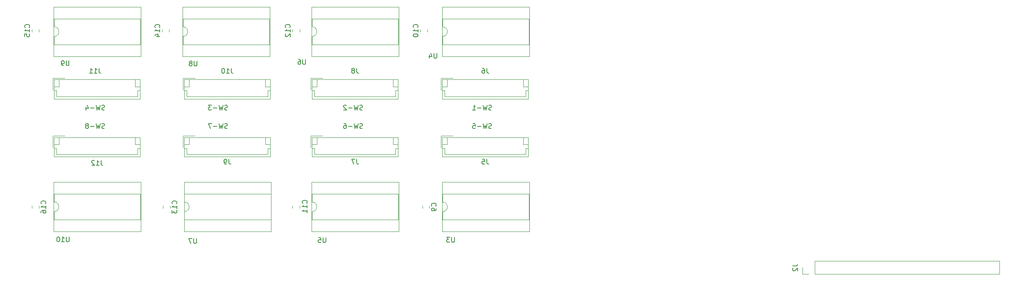
<source format=gbr>
%TF.GenerationSoftware,KiCad,Pcbnew,(5.1.8)-1*%
%TF.CreationDate,2021-07-13T09:26:45+05:30*%
%TF.ProjectId,rfsm,7266736d-2e6b-4696-9361-645f70636258,rev?*%
%TF.SameCoordinates,Original*%
%TF.FileFunction,Legend,Bot*%
%TF.FilePolarity,Positive*%
%FSLAX46Y46*%
G04 Gerber Fmt 4.6, Leading zero omitted, Abs format (unit mm)*
G04 Created by KiCad (PCBNEW (5.1.8)-1) date 2021-07-13 09:26:45*
%MOMM*%
%LPD*%
G01*
G04 APERTURE LIST*
%ADD10C,0.200000*%
%ADD11C,0.120000*%
%ADD12C,0.150000*%
G04 APERTURE END LIST*
D10*
X134032380Y-99464761D02*
X133889523Y-99512380D01*
X133651428Y-99512380D01*
X133556190Y-99464761D01*
X133508571Y-99417142D01*
X133460952Y-99321904D01*
X133460952Y-99226666D01*
X133508571Y-99131428D01*
X133556190Y-99083809D01*
X133651428Y-99036190D01*
X133841904Y-98988571D01*
X133937142Y-98940952D01*
X133984761Y-98893333D01*
X134032380Y-98798095D01*
X134032380Y-98702857D01*
X133984761Y-98607619D01*
X133937142Y-98560000D01*
X133841904Y-98512380D01*
X133603809Y-98512380D01*
X133460952Y-98560000D01*
X133127619Y-98512380D02*
X132889523Y-99512380D01*
X132699047Y-98798095D01*
X132508571Y-99512380D01*
X132270476Y-98512380D01*
X131889523Y-99131428D02*
X131127619Y-99131428D01*
X130175238Y-98512380D02*
X130651428Y-98512380D01*
X130699047Y-98988571D01*
X130651428Y-98940952D01*
X130556190Y-98893333D01*
X130318095Y-98893333D01*
X130222857Y-98940952D01*
X130175238Y-98988571D01*
X130127619Y-99083809D01*
X130127619Y-99321904D01*
X130175238Y-99417142D01*
X130222857Y-99464761D01*
X130318095Y-99512380D01*
X130556190Y-99512380D01*
X130651428Y-99464761D01*
X130699047Y-99417142D01*
X107362380Y-99464761D02*
X107219523Y-99512380D01*
X106981428Y-99512380D01*
X106886190Y-99464761D01*
X106838571Y-99417142D01*
X106790952Y-99321904D01*
X106790952Y-99226666D01*
X106838571Y-99131428D01*
X106886190Y-99083809D01*
X106981428Y-99036190D01*
X107171904Y-98988571D01*
X107267142Y-98940952D01*
X107314761Y-98893333D01*
X107362380Y-98798095D01*
X107362380Y-98702857D01*
X107314761Y-98607619D01*
X107267142Y-98560000D01*
X107171904Y-98512380D01*
X106933809Y-98512380D01*
X106790952Y-98560000D01*
X106457619Y-98512380D02*
X106219523Y-99512380D01*
X106029047Y-98798095D01*
X105838571Y-99512380D01*
X105600476Y-98512380D01*
X105219523Y-99131428D02*
X104457619Y-99131428D01*
X103552857Y-98512380D02*
X103743333Y-98512380D01*
X103838571Y-98560000D01*
X103886190Y-98607619D01*
X103981428Y-98750476D01*
X104029047Y-98940952D01*
X104029047Y-99321904D01*
X103981428Y-99417142D01*
X103933809Y-99464761D01*
X103838571Y-99512380D01*
X103648095Y-99512380D01*
X103552857Y-99464761D01*
X103505238Y-99417142D01*
X103457619Y-99321904D01*
X103457619Y-99083809D01*
X103505238Y-98988571D01*
X103552857Y-98940952D01*
X103648095Y-98893333D01*
X103838571Y-98893333D01*
X103933809Y-98940952D01*
X103981428Y-98988571D01*
X104029047Y-99083809D01*
X79422380Y-99464761D02*
X79279523Y-99512380D01*
X79041428Y-99512380D01*
X78946190Y-99464761D01*
X78898571Y-99417142D01*
X78850952Y-99321904D01*
X78850952Y-99226666D01*
X78898571Y-99131428D01*
X78946190Y-99083809D01*
X79041428Y-99036190D01*
X79231904Y-98988571D01*
X79327142Y-98940952D01*
X79374761Y-98893333D01*
X79422380Y-98798095D01*
X79422380Y-98702857D01*
X79374761Y-98607619D01*
X79327142Y-98560000D01*
X79231904Y-98512380D01*
X78993809Y-98512380D01*
X78850952Y-98560000D01*
X78517619Y-98512380D02*
X78279523Y-99512380D01*
X78089047Y-98798095D01*
X77898571Y-99512380D01*
X77660476Y-98512380D01*
X77279523Y-99131428D02*
X76517619Y-99131428D01*
X76136666Y-98512380D02*
X75470000Y-98512380D01*
X75898571Y-99512380D01*
X134032380Y-95654761D02*
X133889523Y-95702380D01*
X133651428Y-95702380D01*
X133556190Y-95654761D01*
X133508571Y-95607142D01*
X133460952Y-95511904D01*
X133460952Y-95416666D01*
X133508571Y-95321428D01*
X133556190Y-95273809D01*
X133651428Y-95226190D01*
X133841904Y-95178571D01*
X133937142Y-95130952D01*
X133984761Y-95083333D01*
X134032380Y-94988095D01*
X134032380Y-94892857D01*
X133984761Y-94797619D01*
X133937142Y-94750000D01*
X133841904Y-94702380D01*
X133603809Y-94702380D01*
X133460952Y-94750000D01*
X133127619Y-94702380D02*
X132889523Y-95702380D01*
X132699047Y-94988095D01*
X132508571Y-95702380D01*
X132270476Y-94702380D01*
X131889523Y-95321428D02*
X131127619Y-95321428D01*
X130127619Y-95702380D02*
X130699047Y-95702380D01*
X130413333Y-95702380D02*
X130413333Y-94702380D01*
X130508571Y-94845238D01*
X130603809Y-94940476D01*
X130699047Y-94988095D01*
X107362380Y-95654761D02*
X107219523Y-95702380D01*
X106981428Y-95702380D01*
X106886190Y-95654761D01*
X106838571Y-95607142D01*
X106790952Y-95511904D01*
X106790952Y-95416666D01*
X106838571Y-95321428D01*
X106886190Y-95273809D01*
X106981428Y-95226190D01*
X107171904Y-95178571D01*
X107267142Y-95130952D01*
X107314761Y-95083333D01*
X107362380Y-94988095D01*
X107362380Y-94892857D01*
X107314761Y-94797619D01*
X107267142Y-94750000D01*
X107171904Y-94702380D01*
X106933809Y-94702380D01*
X106790952Y-94750000D01*
X106457619Y-94702380D02*
X106219523Y-95702380D01*
X106029047Y-94988095D01*
X105838571Y-95702380D01*
X105600476Y-94702380D01*
X105219523Y-95321428D02*
X104457619Y-95321428D01*
X104029047Y-94797619D02*
X103981428Y-94750000D01*
X103886190Y-94702380D01*
X103648095Y-94702380D01*
X103552857Y-94750000D01*
X103505238Y-94797619D01*
X103457619Y-94892857D01*
X103457619Y-94988095D01*
X103505238Y-95130952D01*
X104076666Y-95702380D01*
X103457619Y-95702380D01*
X79422380Y-95654761D02*
X79279523Y-95702380D01*
X79041428Y-95702380D01*
X78946190Y-95654761D01*
X78898571Y-95607142D01*
X78850952Y-95511904D01*
X78850952Y-95416666D01*
X78898571Y-95321428D01*
X78946190Y-95273809D01*
X79041428Y-95226190D01*
X79231904Y-95178571D01*
X79327142Y-95130952D01*
X79374761Y-95083333D01*
X79422380Y-94988095D01*
X79422380Y-94892857D01*
X79374761Y-94797619D01*
X79327142Y-94750000D01*
X79231904Y-94702380D01*
X78993809Y-94702380D01*
X78850952Y-94750000D01*
X78517619Y-94702380D02*
X78279523Y-95702380D01*
X78089047Y-94988095D01*
X77898571Y-95702380D01*
X77660476Y-94702380D01*
X77279523Y-95321428D02*
X76517619Y-95321428D01*
X76136666Y-94702380D02*
X75517619Y-94702380D01*
X75850952Y-95083333D01*
X75708095Y-95083333D01*
X75612857Y-95130952D01*
X75565238Y-95178571D01*
X75517619Y-95273809D01*
X75517619Y-95511904D01*
X75565238Y-95607142D01*
X75612857Y-95654761D01*
X75708095Y-95702380D01*
X75993809Y-95702380D01*
X76089047Y-95654761D01*
X76136666Y-95607142D01*
X54022380Y-99464761D02*
X53879523Y-99512380D01*
X53641428Y-99512380D01*
X53546190Y-99464761D01*
X53498571Y-99417142D01*
X53450952Y-99321904D01*
X53450952Y-99226666D01*
X53498571Y-99131428D01*
X53546190Y-99083809D01*
X53641428Y-99036190D01*
X53831904Y-98988571D01*
X53927142Y-98940952D01*
X53974761Y-98893333D01*
X54022380Y-98798095D01*
X54022380Y-98702857D01*
X53974761Y-98607619D01*
X53927142Y-98560000D01*
X53831904Y-98512380D01*
X53593809Y-98512380D01*
X53450952Y-98560000D01*
X53117619Y-98512380D02*
X52879523Y-99512380D01*
X52689047Y-98798095D01*
X52498571Y-99512380D01*
X52260476Y-98512380D01*
X51879523Y-99131428D02*
X51117619Y-99131428D01*
X50498571Y-98940952D02*
X50593809Y-98893333D01*
X50641428Y-98845714D01*
X50689047Y-98750476D01*
X50689047Y-98702857D01*
X50641428Y-98607619D01*
X50593809Y-98560000D01*
X50498571Y-98512380D01*
X50308095Y-98512380D01*
X50212857Y-98560000D01*
X50165238Y-98607619D01*
X50117619Y-98702857D01*
X50117619Y-98750476D01*
X50165238Y-98845714D01*
X50212857Y-98893333D01*
X50308095Y-98940952D01*
X50498571Y-98940952D01*
X50593809Y-98988571D01*
X50641428Y-99036190D01*
X50689047Y-99131428D01*
X50689047Y-99321904D01*
X50641428Y-99417142D01*
X50593809Y-99464761D01*
X50498571Y-99512380D01*
X50308095Y-99512380D01*
X50212857Y-99464761D01*
X50165238Y-99417142D01*
X50117619Y-99321904D01*
X50117619Y-99131428D01*
X50165238Y-99036190D01*
X50212857Y-98988571D01*
X50308095Y-98940952D01*
X54022380Y-95654761D02*
X53879523Y-95702380D01*
X53641428Y-95702380D01*
X53546190Y-95654761D01*
X53498571Y-95607142D01*
X53450952Y-95511904D01*
X53450952Y-95416666D01*
X53498571Y-95321428D01*
X53546190Y-95273809D01*
X53641428Y-95226190D01*
X53831904Y-95178571D01*
X53927142Y-95130952D01*
X53974761Y-95083333D01*
X54022380Y-94988095D01*
X54022380Y-94892857D01*
X53974761Y-94797619D01*
X53927142Y-94750000D01*
X53831904Y-94702380D01*
X53593809Y-94702380D01*
X53450952Y-94750000D01*
X53117619Y-94702380D02*
X52879523Y-95702380D01*
X52689047Y-94988095D01*
X52498571Y-95702380D01*
X52260476Y-94702380D01*
X51879523Y-95321428D02*
X51117619Y-95321428D01*
X50212857Y-95035714D02*
X50212857Y-95702380D01*
X50450952Y-94654761D02*
X50689047Y-95369047D01*
X50070000Y-95369047D01*
D11*
%TO.C,C15*%
X40486000Y-79000048D02*
X40486000Y-79522552D01*
X39016000Y-79000048D02*
X39016000Y-79522552D01*
%TO.C,C16*%
X39016000Y-116034452D02*
X39016000Y-115511948D01*
X40486000Y-116034452D02*
X40486000Y-115511948D01*
%TO.C,C14*%
X67410000Y-79000048D02*
X67410000Y-79522552D01*
X65940000Y-79000048D02*
X65940000Y-79522552D01*
%TO.C,C13*%
X66117800Y-116034452D02*
X66117800Y-115511948D01*
X67587800Y-116034452D02*
X67587800Y-115511948D01*
%TO.C,C12*%
X94359400Y-79000048D02*
X94359400Y-79522552D01*
X92889400Y-79000048D02*
X92889400Y-79522552D01*
%TO.C,C11*%
X92889400Y-116034452D02*
X92889400Y-115511948D01*
X94359400Y-116034452D02*
X94359400Y-115511948D01*
%TO.C,C10*%
X120800800Y-79000048D02*
X120800800Y-79522552D01*
X119330800Y-79000048D02*
X119330800Y-79522552D01*
%TO.C,C9*%
X119750000Y-116034452D02*
X119750000Y-115511948D01*
X121220000Y-116034452D02*
X121220000Y-115511948D01*
%TO.C,U9*%
X43518800Y-84616600D02*
X43518800Y-74336600D01*
X61538800Y-84616600D02*
X43518800Y-84616600D01*
X61538800Y-74336600D02*
X61538800Y-84616600D01*
X43518800Y-74336600D02*
X61538800Y-74336600D01*
X43578800Y-82126600D02*
X43578800Y-80476600D01*
X61478800Y-82126600D02*
X43578800Y-82126600D01*
X61478800Y-76826600D02*
X61478800Y-82126600D01*
X43578800Y-76826600D02*
X61478800Y-76826600D01*
X43578800Y-78476600D02*
X43578800Y-76826600D01*
X43578800Y-80476600D02*
G75*
G03*
X43578800Y-78476600I0J1000000D01*
G01*
%TO.C,J2*%
X198314000Y-128320800D02*
X198314000Y-129650800D01*
X198314000Y-129650800D02*
X199644000Y-129650800D01*
X200914000Y-129650800D02*
X239074000Y-129650800D01*
X239074000Y-126990800D02*
X239074000Y-129650800D01*
X200914000Y-126990800D02*
X239074000Y-126990800D01*
X200914000Y-126990800D02*
X200914000Y-129650800D01*
%TO.C,J5*%
X123582000Y-101038000D02*
X126082000Y-101038000D01*
X123582000Y-103538000D02*
X123582000Y-101038000D01*
X140602000Y-102838000D02*
X140602000Y-101338000D01*
X141602000Y-102838000D02*
X140602000Y-102838000D01*
X124882000Y-102838000D02*
X124882000Y-101338000D01*
X123882000Y-102838000D02*
X124882000Y-102838000D01*
X141102000Y-103648000D02*
X141602000Y-103648000D01*
X141102000Y-104858000D02*
X141102000Y-103648000D01*
X124382000Y-104858000D02*
X141102000Y-104858000D01*
X124382000Y-103648000D02*
X124382000Y-104858000D01*
X123882000Y-103648000D02*
X124382000Y-103648000D01*
X141602000Y-105358000D02*
X123882000Y-105358000D01*
X141602000Y-101338000D02*
X141602000Y-105358000D01*
X123882000Y-101338000D02*
X141602000Y-101338000D01*
X123882000Y-105358000D02*
X123882000Y-101338000D01*
%TO.C,J6*%
X123882000Y-93388000D02*
X123882000Y-89368000D01*
X123882000Y-89368000D02*
X141602000Y-89368000D01*
X141602000Y-89368000D02*
X141602000Y-93388000D01*
X141602000Y-93388000D02*
X123882000Y-93388000D01*
X123882000Y-91678000D02*
X124382000Y-91678000D01*
X124382000Y-91678000D02*
X124382000Y-92888000D01*
X124382000Y-92888000D02*
X141102000Y-92888000D01*
X141102000Y-92888000D02*
X141102000Y-91678000D01*
X141102000Y-91678000D02*
X141602000Y-91678000D01*
X123882000Y-90868000D02*
X124882000Y-90868000D01*
X124882000Y-90868000D02*
X124882000Y-89368000D01*
X141602000Y-90868000D02*
X140602000Y-90868000D01*
X140602000Y-90868000D02*
X140602000Y-89368000D01*
X123582000Y-91568000D02*
X123582000Y-89068000D01*
X123582000Y-89068000D02*
X126082000Y-89068000D01*
%TO.C,J7*%
X96658000Y-101038000D02*
X99158000Y-101038000D01*
X96658000Y-103538000D02*
X96658000Y-101038000D01*
X113678000Y-102838000D02*
X113678000Y-101338000D01*
X114678000Y-102838000D02*
X113678000Y-102838000D01*
X97958000Y-102838000D02*
X97958000Y-101338000D01*
X96958000Y-102838000D02*
X97958000Y-102838000D01*
X114178000Y-103648000D02*
X114678000Y-103648000D01*
X114178000Y-104858000D02*
X114178000Y-103648000D01*
X97458000Y-104858000D02*
X114178000Y-104858000D01*
X97458000Y-103648000D02*
X97458000Y-104858000D01*
X96958000Y-103648000D02*
X97458000Y-103648000D01*
X114678000Y-105358000D02*
X96958000Y-105358000D01*
X114678000Y-101338000D02*
X114678000Y-105358000D01*
X96958000Y-101338000D02*
X114678000Y-101338000D01*
X96958000Y-105358000D02*
X96958000Y-101338000D01*
%TO.C,J8*%
X96958000Y-93388000D02*
X96958000Y-89368000D01*
X96958000Y-89368000D02*
X114678000Y-89368000D01*
X114678000Y-89368000D02*
X114678000Y-93388000D01*
X114678000Y-93388000D02*
X96958000Y-93388000D01*
X96958000Y-91678000D02*
X97458000Y-91678000D01*
X97458000Y-91678000D02*
X97458000Y-92888000D01*
X97458000Y-92888000D02*
X114178000Y-92888000D01*
X114178000Y-92888000D02*
X114178000Y-91678000D01*
X114178000Y-91678000D02*
X114678000Y-91678000D01*
X96958000Y-90868000D02*
X97958000Y-90868000D01*
X97958000Y-90868000D02*
X97958000Y-89368000D01*
X114678000Y-90868000D02*
X113678000Y-90868000D01*
X113678000Y-90868000D02*
X113678000Y-89368000D01*
X96658000Y-91568000D02*
X96658000Y-89068000D01*
X96658000Y-89068000D02*
X99158000Y-89068000D01*
%TO.C,J9*%
X70242000Y-101038000D02*
X72742000Y-101038000D01*
X70242000Y-103538000D02*
X70242000Y-101038000D01*
X87262000Y-102838000D02*
X87262000Y-101338000D01*
X88262000Y-102838000D02*
X87262000Y-102838000D01*
X71542000Y-102838000D02*
X71542000Y-101338000D01*
X70542000Y-102838000D02*
X71542000Y-102838000D01*
X87762000Y-103648000D02*
X88262000Y-103648000D01*
X87762000Y-104858000D02*
X87762000Y-103648000D01*
X71042000Y-104858000D02*
X87762000Y-104858000D01*
X71042000Y-103648000D02*
X71042000Y-104858000D01*
X70542000Y-103648000D02*
X71042000Y-103648000D01*
X88262000Y-105358000D02*
X70542000Y-105358000D01*
X88262000Y-101338000D02*
X88262000Y-105358000D01*
X70542000Y-101338000D02*
X88262000Y-101338000D01*
X70542000Y-105358000D02*
X70542000Y-101338000D01*
%TO.C,J10*%
X70542000Y-93388000D02*
X70542000Y-89368000D01*
X70542000Y-89368000D02*
X88262000Y-89368000D01*
X88262000Y-89368000D02*
X88262000Y-93388000D01*
X88262000Y-93388000D02*
X70542000Y-93388000D01*
X70542000Y-91678000D02*
X71042000Y-91678000D01*
X71042000Y-91678000D02*
X71042000Y-92888000D01*
X71042000Y-92888000D02*
X87762000Y-92888000D01*
X87762000Y-92888000D02*
X87762000Y-91678000D01*
X87762000Y-91678000D02*
X88262000Y-91678000D01*
X70542000Y-90868000D02*
X71542000Y-90868000D01*
X71542000Y-90868000D02*
X71542000Y-89368000D01*
X88262000Y-90868000D02*
X87262000Y-90868000D01*
X87262000Y-90868000D02*
X87262000Y-89368000D01*
X70242000Y-91568000D02*
X70242000Y-89068000D01*
X70242000Y-89068000D02*
X72742000Y-89068000D01*
%TO.C,J11*%
X43318000Y-89068000D02*
X45818000Y-89068000D01*
X43318000Y-91568000D02*
X43318000Y-89068000D01*
X60338000Y-90868000D02*
X60338000Y-89368000D01*
X61338000Y-90868000D02*
X60338000Y-90868000D01*
X44618000Y-90868000D02*
X44618000Y-89368000D01*
X43618000Y-90868000D02*
X44618000Y-90868000D01*
X60838000Y-91678000D02*
X61338000Y-91678000D01*
X60838000Y-92888000D02*
X60838000Y-91678000D01*
X44118000Y-92888000D02*
X60838000Y-92888000D01*
X44118000Y-91678000D02*
X44118000Y-92888000D01*
X43618000Y-91678000D02*
X44118000Y-91678000D01*
X61338000Y-93388000D02*
X43618000Y-93388000D01*
X61338000Y-89368000D02*
X61338000Y-93388000D01*
X43618000Y-89368000D02*
X61338000Y-89368000D01*
X43618000Y-93388000D02*
X43618000Y-89368000D01*
%TO.C,J12*%
X43618000Y-105358000D02*
X43618000Y-101338000D01*
X43618000Y-101338000D02*
X61338000Y-101338000D01*
X61338000Y-101338000D02*
X61338000Y-105358000D01*
X61338000Y-105358000D02*
X43618000Y-105358000D01*
X43618000Y-103648000D02*
X44118000Y-103648000D01*
X44118000Y-103648000D02*
X44118000Y-104858000D01*
X44118000Y-104858000D02*
X60838000Y-104858000D01*
X60838000Y-104858000D02*
X60838000Y-103648000D01*
X60838000Y-103648000D02*
X61338000Y-103648000D01*
X43618000Y-102838000D02*
X44618000Y-102838000D01*
X44618000Y-102838000D02*
X44618000Y-101338000D01*
X61338000Y-102838000D02*
X60338000Y-102838000D01*
X60338000Y-102838000D02*
X60338000Y-101338000D01*
X43318000Y-103538000D02*
X43318000Y-101038000D01*
X43318000Y-101038000D02*
X45818000Y-101038000D01*
%TO.C,U3*%
X123860600Y-120878400D02*
X123860600Y-110598400D01*
X141880600Y-120878400D02*
X123860600Y-120878400D01*
X141880600Y-110598400D02*
X141880600Y-120878400D01*
X123860600Y-110598400D02*
X141880600Y-110598400D01*
X123920600Y-118388400D02*
X123920600Y-116738400D01*
X141820600Y-118388400D02*
X123920600Y-118388400D01*
X141820600Y-113088400D02*
X141820600Y-118388400D01*
X123920600Y-113088400D02*
X141820600Y-113088400D01*
X123920600Y-114738400D02*
X123920600Y-113088400D01*
X123920600Y-116738400D02*
G75*
G03*
X123920600Y-114738400I0J1000000D01*
G01*
%TO.C,U4*%
X123920600Y-78476600D02*
X123920600Y-76826600D01*
X123920600Y-76826600D02*
X141820600Y-76826600D01*
X141820600Y-76826600D02*
X141820600Y-82126600D01*
X141820600Y-82126600D02*
X123920600Y-82126600D01*
X123920600Y-82126600D02*
X123920600Y-80476600D01*
X123860600Y-74336600D02*
X141880600Y-74336600D01*
X141880600Y-74336600D02*
X141880600Y-84616600D01*
X141880600Y-84616600D02*
X123860600Y-84616600D01*
X123860600Y-84616600D02*
X123860600Y-74336600D01*
X123920600Y-80476600D02*
G75*
G03*
X123920600Y-78476600I0J1000000D01*
G01*
%TO.C,U5*%
X96917200Y-114738400D02*
X96917200Y-113088400D01*
X96917200Y-113088400D02*
X114817200Y-113088400D01*
X114817200Y-113088400D02*
X114817200Y-118388400D01*
X114817200Y-118388400D02*
X96917200Y-118388400D01*
X96917200Y-118388400D02*
X96917200Y-116738400D01*
X96857200Y-110598400D02*
X114877200Y-110598400D01*
X114877200Y-110598400D02*
X114877200Y-120878400D01*
X114877200Y-120878400D02*
X96857200Y-120878400D01*
X96857200Y-120878400D02*
X96857200Y-110598400D01*
X96917200Y-116738400D02*
G75*
G03*
X96917200Y-114738400I0J1000000D01*
G01*
%TO.C,U6*%
X96857200Y-84616600D02*
X96857200Y-74336600D01*
X114877200Y-84616600D02*
X96857200Y-84616600D01*
X114877200Y-74336600D02*
X114877200Y-84616600D01*
X96857200Y-74336600D02*
X114877200Y-74336600D01*
X96917200Y-82126600D02*
X96917200Y-80476600D01*
X114817200Y-82126600D02*
X96917200Y-82126600D01*
X114817200Y-76826600D02*
X114817200Y-82126600D01*
X96917200Y-76826600D02*
X114817200Y-76826600D01*
X96917200Y-78476600D02*
X96917200Y-76826600D01*
X96917200Y-80476600D02*
G75*
G03*
X96917200Y-78476600I0J1000000D01*
G01*
%TO.C,U7*%
X70466600Y-120878400D02*
X70466600Y-110598400D01*
X88486600Y-120878400D02*
X70466600Y-120878400D01*
X88486600Y-110598400D02*
X88486600Y-120878400D01*
X70466600Y-110598400D02*
X88486600Y-110598400D01*
X70526600Y-118388400D02*
X70526600Y-116738400D01*
X88426600Y-118388400D02*
X70526600Y-118388400D01*
X88426600Y-113088400D02*
X88426600Y-118388400D01*
X70526600Y-113088400D02*
X88426600Y-113088400D01*
X70526600Y-114738400D02*
X70526600Y-113088400D01*
X70526600Y-116738400D02*
G75*
G03*
X70526600Y-114738400I0J1000000D01*
G01*
%TO.C,U8*%
X70221800Y-78476600D02*
X70221800Y-76826600D01*
X70221800Y-76826600D02*
X88121800Y-76826600D01*
X88121800Y-76826600D02*
X88121800Y-82126600D01*
X88121800Y-82126600D02*
X70221800Y-82126600D01*
X70221800Y-82126600D02*
X70221800Y-80476600D01*
X70161800Y-74336600D02*
X88181800Y-74336600D01*
X88181800Y-74336600D02*
X88181800Y-84616600D01*
X88181800Y-84616600D02*
X70161800Y-84616600D01*
X70161800Y-84616600D02*
X70161800Y-74336600D01*
X70221800Y-80476600D02*
G75*
G03*
X70221800Y-78476600I0J1000000D01*
G01*
%TO.C,U10*%
X43578800Y-114738400D02*
X43578800Y-113088400D01*
X43578800Y-113088400D02*
X61478800Y-113088400D01*
X61478800Y-113088400D02*
X61478800Y-118388400D01*
X61478800Y-118388400D02*
X43578800Y-118388400D01*
X43578800Y-118388400D02*
X43578800Y-116738400D01*
X43518800Y-110598400D02*
X61538800Y-110598400D01*
X61538800Y-110598400D02*
X61538800Y-120878400D01*
X61538800Y-120878400D02*
X43518800Y-120878400D01*
X43518800Y-120878400D02*
X43518800Y-110598400D01*
X43578800Y-116738400D02*
G75*
G03*
X43578800Y-114738400I0J1000000D01*
G01*
%TO.C,C15*%
D12*
X38428142Y-78618442D02*
X38475761Y-78570823D01*
X38523380Y-78427966D01*
X38523380Y-78332728D01*
X38475761Y-78189871D01*
X38380523Y-78094633D01*
X38285285Y-78047014D01*
X38094809Y-77999395D01*
X37951952Y-77999395D01*
X37761476Y-78047014D01*
X37666238Y-78094633D01*
X37571000Y-78189871D01*
X37523380Y-78332728D01*
X37523380Y-78427966D01*
X37571000Y-78570823D01*
X37618619Y-78618442D01*
X38523380Y-79570823D02*
X38523380Y-78999395D01*
X38523380Y-79285109D02*
X37523380Y-79285109D01*
X37666238Y-79189871D01*
X37761476Y-79094633D01*
X37809095Y-78999395D01*
X37523380Y-80475585D02*
X37523380Y-79999395D01*
X37999571Y-79951776D01*
X37951952Y-79999395D01*
X37904333Y-80094633D01*
X37904333Y-80332728D01*
X37951952Y-80427966D01*
X37999571Y-80475585D01*
X38094809Y-80523204D01*
X38332904Y-80523204D01*
X38428142Y-80475585D01*
X38475761Y-80427966D01*
X38523380Y-80332728D01*
X38523380Y-80094633D01*
X38475761Y-79999395D01*
X38428142Y-79951776D01*
%TO.C,C16*%
X41788142Y-115130342D02*
X41835761Y-115082723D01*
X41883380Y-114939866D01*
X41883380Y-114844628D01*
X41835761Y-114701771D01*
X41740523Y-114606533D01*
X41645285Y-114558914D01*
X41454809Y-114511295D01*
X41311952Y-114511295D01*
X41121476Y-114558914D01*
X41026238Y-114606533D01*
X40931000Y-114701771D01*
X40883380Y-114844628D01*
X40883380Y-114939866D01*
X40931000Y-115082723D01*
X40978619Y-115130342D01*
X41883380Y-116082723D02*
X41883380Y-115511295D01*
X41883380Y-115797009D02*
X40883380Y-115797009D01*
X41026238Y-115701771D01*
X41121476Y-115606533D01*
X41169095Y-115511295D01*
X40883380Y-116939866D02*
X40883380Y-116749390D01*
X40931000Y-116654152D01*
X40978619Y-116606533D01*
X41121476Y-116511295D01*
X41311952Y-116463676D01*
X41692904Y-116463676D01*
X41788142Y-116511295D01*
X41835761Y-116558914D01*
X41883380Y-116654152D01*
X41883380Y-116844628D01*
X41835761Y-116939866D01*
X41788142Y-116987485D01*
X41692904Y-117035104D01*
X41454809Y-117035104D01*
X41359571Y-116987485D01*
X41311952Y-116939866D01*
X41264333Y-116844628D01*
X41264333Y-116654152D01*
X41311952Y-116558914D01*
X41359571Y-116511295D01*
X41454809Y-116463676D01*
%TO.C,C14*%
X65352142Y-78618442D02*
X65399761Y-78570823D01*
X65447380Y-78427966D01*
X65447380Y-78332728D01*
X65399761Y-78189871D01*
X65304523Y-78094633D01*
X65209285Y-78047014D01*
X65018809Y-77999395D01*
X64875952Y-77999395D01*
X64685476Y-78047014D01*
X64590238Y-78094633D01*
X64495000Y-78189871D01*
X64447380Y-78332728D01*
X64447380Y-78427966D01*
X64495000Y-78570823D01*
X64542619Y-78618442D01*
X65447380Y-79570823D02*
X65447380Y-78999395D01*
X65447380Y-79285109D02*
X64447380Y-79285109D01*
X64590238Y-79189871D01*
X64685476Y-79094633D01*
X64733095Y-78999395D01*
X64780714Y-80427966D02*
X65447380Y-80427966D01*
X64399761Y-80189871D02*
X65114047Y-79951776D01*
X65114047Y-80570823D01*
%TO.C,C13*%
X68889942Y-115130342D02*
X68937561Y-115082723D01*
X68985180Y-114939866D01*
X68985180Y-114844628D01*
X68937561Y-114701771D01*
X68842323Y-114606533D01*
X68747085Y-114558914D01*
X68556609Y-114511295D01*
X68413752Y-114511295D01*
X68223276Y-114558914D01*
X68128038Y-114606533D01*
X68032800Y-114701771D01*
X67985180Y-114844628D01*
X67985180Y-114939866D01*
X68032800Y-115082723D01*
X68080419Y-115130342D01*
X68985180Y-116082723D02*
X68985180Y-115511295D01*
X68985180Y-115797009D02*
X67985180Y-115797009D01*
X68128038Y-115701771D01*
X68223276Y-115606533D01*
X68270895Y-115511295D01*
X67985180Y-116416057D02*
X67985180Y-117035104D01*
X68366133Y-116701771D01*
X68366133Y-116844628D01*
X68413752Y-116939866D01*
X68461371Y-116987485D01*
X68556609Y-117035104D01*
X68794704Y-117035104D01*
X68889942Y-116987485D01*
X68937561Y-116939866D01*
X68985180Y-116844628D01*
X68985180Y-116558914D01*
X68937561Y-116463676D01*
X68889942Y-116416057D01*
%TO.C,C12*%
X92301542Y-78618442D02*
X92349161Y-78570823D01*
X92396780Y-78427966D01*
X92396780Y-78332728D01*
X92349161Y-78189871D01*
X92253923Y-78094633D01*
X92158685Y-78047014D01*
X91968209Y-77999395D01*
X91825352Y-77999395D01*
X91634876Y-78047014D01*
X91539638Y-78094633D01*
X91444400Y-78189871D01*
X91396780Y-78332728D01*
X91396780Y-78427966D01*
X91444400Y-78570823D01*
X91492019Y-78618442D01*
X92396780Y-79570823D02*
X92396780Y-78999395D01*
X92396780Y-79285109D02*
X91396780Y-79285109D01*
X91539638Y-79189871D01*
X91634876Y-79094633D01*
X91682495Y-78999395D01*
X91492019Y-79951776D02*
X91444400Y-79999395D01*
X91396780Y-80094633D01*
X91396780Y-80332728D01*
X91444400Y-80427966D01*
X91492019Y-80475585D01*
X91587257Y-80523204D01*
X91682495Y-80523204D01*
X91825352Y-80475585D01*
X92396780Y-79904157D01*
X92396780Y-80523204D01*
%TO.C,C11*%
X95835742Y-115012742D02*
X95883361Y-114965123D01*
X95930980Y-114822266D01*
X95930980Y-114727028D01*
X95883361Y-114584171D01*
X95788123Y-114488933D01*
X95692885Y-114441314D01*
X95502409Y-114393695D01*
X95359552Y-114393695D01*
X95169076Y-114441314D01*
X95073838Y-114488933D01*
X94978600Y-114584171D01*
X94930980Y-114727028D01*
X94930980Y-114822266D01*
X94978600Y-114965123D01*
X95026219Y-115012742D01*
X95930980Y-115965123D02*
X95930980Y-115393695D01*
X95930980Y-115679409D02*
X94930980Y-115679409D01*
X95073838Y-115584171D01*
X95169076Y-115488933D01*
X95216695Y-115393695D01*
X95930980Y-116917504D02*
X95930980Y-116346076D01*
X95930980Y-116631790D02*
X94930980Y-116631790D01*
X95073838Y-116536552D01*
X95169076Y-116441314D01*
X95216695Y-116346076D01*
%TO.C,C10*%
X118742942Y-78618442D02*
X118790561Y-78570823D01*
X118838180Y-78427966D01*
X118838180Y-78332728D01*
X118790561Y-78189871D01*
X118695323Y-78094633D01*
X118600085Y-78047014D01*
X118409609Y-77999395D01*
X118266752Y-77999395D01*
X118076276Y-78047014D01*
X117981038Y-78094633D01*
X117885800Y-78189871D01*
X117838180Y-78332728D01*
X117838180Y-78427966D01*
X117885800Y-78570823D01*
X117933419Y-78618442D01*
X118838180Y-79570823D02*
X118838180Y-78999395D01*
X118838180Y-79285109D02*
X117838180Y-79285109D01*
X117981038Y-79189871D01*
X118076276Y-79094633D01*
X118123895Y-78999395D01*
X117838180Y-80189871D02*
X117838180Y-80285109D01*
X117885800Y-80380347D01*
X117933419Y-80427966D01*
X118028657Y-80475585D01*
X118219133Y-80523204D01*
X118457228Y-80523204D01*
X118647704Y-80475585D01*
X118742942Y-80427966D01*
X118790561Y-80380347D01*
X118838180Y-80285109D01*
X118838180Y-80189871D01*
X118790561Y-80094633D01*
X118742942Y-80047014D01*
X118647704Y-79999395D01*
X118457228Y-79951776D01*
X118219133Y-79951776D01*
X118028657Y-79999395D01*
X117933419Y-80047014D01*
X117885800Y-80094633D01*
X117838180Y-80189871D01*
%TO.C,C9*%
X122522142Y-115606533D02*
X122569761Y-115558914D01*
X122617380Y-115416057D01*
X122617380Y-115320819D01*
X122569761Y-115177961D01*
X122474523Y-115082723D01*
X122379285Y-115035104D01*
X122188809Y-114987485D01*
X122045952Y-114987485D01*
X121855476Y-115035104D01*
X121760238Y-115082723D01*
X121665000Y-115177961D01*
X121617380Y-115320819D01*
X121617380Y-115416057D01*
X121665000Y-115558914D01*
X121712619Y-115606533D01*
X122617380Y-116082723D02*
X122617380Y-116273200D01*
X122569761Y-116368438D01*
X122522142Y-116416057D01*
X122379285Y-116511295D01*
X122188809Y-116558914D01*
X121807857Y-116558914D01*
X121712619Y-116511295D01*
X121665000Y-116463676D01*
X121617380Y-116368438D01*
X121617380Y-116177961D01*
X121665000Y-116082723D01*
X121712619Y-116035104D01*
X121807857Y-115987485D01*
X122045952Y-115987485D01*
X122141190Y-116035104D01*
X122188809Y-116082723D01*
X122236428Y-116177961D01*
X122236428Y-116368438D01*
X122188809Y-116463676D01*
X122141190Y-116511295D01*
X122045952Y-116558914D01*
%TO.C,U9*%
X46661304Y-85500980D02*
X46661304Y-86310504D01*
X46613685Y-86405742D01*
X46566066Y-86453361D01*
X46470828Y-86500980D01*
X46280352Y-86500980D01*
X46185114Y-86453361D01*
X46137495Y-86405742D01*
X46089876Y-86310504D01*
X46089876Y-85500980D01*
X45566066Y-86500980D02*
X45375590Y-86500980D01*
X45280352Y-86453361D01*
X45232733Y-86405742D01*
X45137495Y-86262885D01*
X45089876Y-86072409D01*
X45089876Y-85691457D01*
X45137495Y-85596219D01*
X45185114Y-85548600D01*
X45280352Y-85500980D01*
X45470828Y-85500980D01*
X45566066Y-85548600D01*
X45613685Y-85596219D01*
X45661304Y-85691457D01*
X45661304Y-85929552D01*
X45613685Y-86024790D01*
X45566066Y-86072409D01*
X45470828Y-86120028D01*
X45280352Y-86120028D01*
X45185114Y-86072409D01*
X45137495Y-86024790D01*
X45089876Y-85929552D01*
%TO.C,J2*%
X196326380Y-127987466D02*
X197040666Y-127987466D01*
X197183523Y-127939847D01*
X197278761Y-127844609D01*
X197326380Y-127701752D01*
X197326380Y-127606514D01*
X196421619Y-128416038D02*
X196374000Y-128463657D01*
X196326380Y-128558895D01*
X196326380Y-128796990D01*
X196374000Y-128892228D01*
X196421619Y-128939847D01*
X196516857Y-128987466D01*
X196612095Y-128987466D01*
X196754952Y-128939847D01*
X197326380Y-128368419D01*
X197326380Y-128987466D01*
%TO.C,J5*%
X133075333Y-105900380D02*
X133075333Y-106614666D01*
X133122952Y-106757523D01*
X133218190Y-106852761D01*
X133361047Y-106900380D01*
X133456285Y-106900380D01*
X132122952Y-105900380D02*
X132599142Y-105900380D01*
X132646761Y-106376571D01*
X132599142Y-106328952D01*
X132503904Y-106281333D01*
X132265809Y-106281333D01*
X132170571Y-106328952D01*
X132122952Y-106376571D01*
X132075333Y-106471809D01*
X132075333Y-106709904D01*
X132122952Y-106805142D01*
X132170571Y-106852761D01*
X132265809Y-106900380D01*
X132503904Y-106900380D01*
X132599142Y-106852761D01*
X132646761Y-106805142D01*
%TO.C,J6*%
X133075333Y-87082380D02*
X133075333Y-87796666D01*
X133122952Y-87939523D01*
X133218190Y-88034761D01*
X133361047Y-88082380D01*
X133456285Y-88082380D01*
X132170571Y-87082380D02*
X132361047Y-87082380D01*
X132456285Y-87130000D01*
X132503904Y-87177619D01*
X132599142Y-87320476D01*
X132646761Y-87510952D01*
X132646761Y-87891904D01*
X132599142Y-87987142D01*
X132551523Y-88034761D01*
X132456285Y-88082380D01*
X132265809Y-88082380D01*
X132170571Y-88034761D01*
X132122952Y-87987142D01*
X132075333Y-87891904D01*
X132075333Y-87653809D01*
X132122952Y-87558571D01*
X132170571Y-87510952D01*
X132265809Y-87463333D01*
X132456285Y-87463333D01*
X132551523Y-87510952D01*
X132599142Y-87558571D01*
X132646761Y-87653809D01*
%TO.C,J7*%
X106151333Y-105900380D02*
X106151333Y-106614666D01*
X106198952Y-106757523D01*
X106294190Y-106852761D01*
X106437047Y-106900380D01*
X106532285Y-106900380D01*
X105770380Y-105900380D02*
X105103714Y-105900380D01*
X105532285Y-106900380D01*
%TO.C,J8*%
X106151333Y-87082380D02*
X106151333Y-87796666D01*
X106198952Y-87939523D01*
X106294190Y-88034761D01*
X106437047Y-88082380D01*
X106532285Y-88082380D01*
X105532285Y-87510952D02*
X105627523Y-87463333D01*
X105675142Y-87415714D01*
X105722761Y-87320476D01*
X105722761Y-87272857D01*
X105675142Y-87177619D01*
X105627523Y-87130000D01*
X105532285Y-87082380D01*
X105341809Y-87082380D01*
X105246571Y-87130000D01*
X105198952Y-87177619D01*
X105151333Y-87272857D01*
X105151333Y-87320476D01*
X105198952Y-87415714D01*
X105246571Y-87463333D01*
X105341809Y-87510952D01*
X105532285Y-87510952D01*
X105627523Y-87558571D01*
X105675142Y-87606190D01*
X105722761Y-87701428D01*
X105722761Y-87891904D01*
X105675142Y-87987142D01*
X105627523Y-88034761D01*
X105532285Y-88082380D01*
X105341809Y-88082380D01*
X105246571Y-88034761D01*
X105198952Y-87987142D01*
X105151333Y-87891904D01*
X105151333Y-87701428D01*
X105198952Y-87606190D01*
X105246571Y-87558571D01*
X105341809Y-87510952D01*
%TO.C,J9*%
X79735333Y-105900380D02*
X79735333Y-106614666D01*
X79782952Y-106757523D01*
X79878190Y-106852761D01*
X80021047Y-106900380D01*
X80116285Y-106900380D01*
X79211523Y-106900380D02*
X79021047Y-106900380D01*
X78925809Y-106852761D01*
X78878190Y-106805142D01*
X78782952Y-106662285D01*
X78735333Y-106471809D01*
X78735333Y-106090857D01*
X78782952Y-105995619D01*
X78830571Y-105948000D01*
X78925809Y-105900380D01*
X79116285Y-105900380D01*
X79211523Y-105948000D01*
X79259142Y-105995619D01*
X79306761Y-106090857D01*
X79306761Y-106328952D01*
X79259142Y-106424190D01*
X79211523Y-106471809D01*
X79116285Y-106519428D01*
X78925809Y-106519428D01*
X78830571Y-106471809D01*
X78782952Y-106424190D01*
X78735333Y-106328952D01*
%TO.C,J10*%
X80211523Y-87082380D02*
X80211523Y-87796666D01*
X80259142Y-87939523D01*
X80354380Y-88034761D01*
X80497238Y-88082380D01*
X80592476Y-88082380D01*
X79211523Y-88082380D02*
X79782952Y-88082380D01*
X79497238Y-88082380D02*
X79497238Y-87082380D01*
X79592476Y-87225238D01*
X79687714Y-87320476D01*
X79782952Y-87368095D01*
X78592476Y-87082380D02*
X78497238Y-87082380D01*
X78402000Y-87130000D01*
X78354380Y-87177619D01*
X78306761Y-87272857D01*
X78259142Y-87463333D01*
X78259142Y-87701428D01*
X78306761Y-87891904D01*
X78354380Y-87987142D01*
X78402000Y-88034761D01*
X78497238Y-88082380D01*
X78592476Y-88082380D01*
X78687714Y-88034761D01*
X78735333Y-87987142D01*
X78782952Y-87891904D01*
X78830571Y-87701428D01*
X78830571Y-87463333D01*
X78782952Y-87272857D01*
X78735333Y-87177619D01*
X78687714Y-87130000D01*
X78592476Y-87082380D01*
%TO.C,J11*%
X52879523Y-87082380D02*
X52879523Y-87796666D01*
X52927142Y-87939523D01*
X53022380Y-88034761D01*
X53165238Y-88082380D01*
X53260476Y-88082380D01*
X51879523Y-88082380D02*
X52450952Y-88082380D01*
X52165238Y-88082380D02*
X52165238Y-87082380D01*
X52260476Y-87225238D01*
X52355714Y-87320476D01*
X52450952Y-87368095D01*
X50927142Y-88082380D02*
X51498571Y-88082380D01*
X51212857Y-88082380D02*
X51212857Y-87082380D01*
X51308095Y-87225238D01*
X51403333Y-87320476D01*
X51498571Y-87368095D01*
%TO.C,J12*%
X53287523Y-106132380D02*
X53287523Y-106846666D01*
X53335142Y-106989523D01*
X53430380Y-107084761D01*
X53573238Y-107132380D01*
X53668476Y-107132380D01*
X52287523Y-107132380D02*
X52858952Y-107132380D01*
X52573238Y-107132380D02*
X52573238Y-106132380D01*
X52668476Y-106275238D01*
X52763714Y-106370476D01*
X52858952Y-106418095D01*
X51906571Y-106227619D02*
X51858952Y-106180000D01*
X51763714Y-106132380D01*
X51525619Y-106132380D01*
X51430380Y-106180000D01*
X51382761Y-106227619D01*
X51335142Y-106322857D01*
X51335142Y-106418095D01*
X51382761Y-106560952D01*
X51954190Y-107132380D01*
X51335142Y-107132380D01*
%TO.C,U3*%
X126368104Y-122066180D02*
X126368104Y-122875704D01*
X126320485Y-122970942D01*
X126272866Y-123018561D01*
X126177628Y-123066180D01*
X125987152Y-123066180D01*
X125891914Y-123018561D01*
X125844295Y-122970942D01*
X125796676Y-122875704D01*
X125796676Y-122066180D01*
X125415723Y-122066180D02*
X124796676Y-122066180D01*
X125130009Y-122447133D01*
X124987152Y-122447133D01*
X124891914Y-122494752D01*
X124844295Y-122542371D01*
X124796676Y-122637609D01*
X124796676Y-122875704D01*
X124844295Y-122970942D01*
X124891914Y-123018561D01*
X124987152Y-123066180D01*
X125272866Y-123066180D01*
X125368104Y-123018561D01*
X125415723Y-122970942D01*
%TO.C,U4*%
X122710504Y-83976980D02*
X122710504Y-84786504D01*
X122662885Y-84881742D01*
X122615266Y-84929361D01*
X122520028Y-84976980D01*
X122329552Y-84976980D01*
X122234314Y-84929361D01*
X122186695Y-84881742D01*
X122139076Y-84786504D01*
X122139076Y-83976980D01*
X121234314Y-84310314D02*
X121234314Y-84976980D01*
X121472409Y-83929361D02*
X121710504Y-84643647D01*
X121091457Y-84643647D01*
%TO.C,U5*%
X99771104Y-122142380D02*
X99771104Y-122951904D01*
X99723485Y-123047142D01*
X99675866Y-123094761D01*
X99580628Y-123142380D01*
X99390152Y-123142380D01*
X99294914Y-123094761D01*
X99247295Y-123047142D01*
X99199676Y-122951904D01*
X99199676Y-122142380D01*
X98247295Y-122142380D02*
X98723485Y-122142380D01*
X98771104Y-122618571D01*
X98723485Y-122570952D01*
X98628247Y-122523333D01*
X98390152Y-122523333D01*
X98294914Y-122570952D01*
X98247295Y-122618571D01*
X98199676Y-122713809D01*
X98199676Y-122951904D01*
X98247295Y-123047142D01*
X98294914Y-123094761D01*
X98390152Y-123142380D01*
X98628247Y-123142380D01*
X98723485Y-123094761D01*
X98771104Y-123047142D01*
%TO.C,U6*%
X95580104Y-85246980D02*
X95580104Y-86056504D01*
X95532485Y-86151742D01*
X95484866Y-86199361D01*
X95389628Y-86246980D01*
X95199152Y-86246980D01*
X95103914Y-86199361D01*
X95056295Y-86151742D01*
X95008676Y-86056504D01*
X95008676Y-85246980D01*
X94103914Y-85246980D02*
X94294390Y-85246980D01*
X94389628Y-85294600D01*
X94437247Y-85342219D01*
X94532485Y-85485076D01*
X94580104Y-85675552D01*
X94580104Y-86056504D01*
X94532485Y-86151742D01*
X94484866Y-86199361D01*
X94389628Y-86246980D01*
X94199152Y-86246980D01*
X94103914Y-86199361D01*
X94056295Y-86151742D01*
X94008676Y-86056504D01*
X94008676Y-85818409D01*
X94056295Y-85723171D01*
X94103914Y-85675552D01*
X94199152Y-85627933D01*
X94389628Y-85627933D01*
X94484866Y-85675552D01*
X94532485Y-85723171D01*
X94580104Y-85818409D01*
%TO.C,U7*%
X73024904Y-122294780D02*
X73024904Y-123104304D01*
X72977285Y-123199542D01*
X72929666Y-123247161D01*
X72834428Y-123294780D01*
X72643952Y-123294780D01*
X72548714Y-123247161D01*
X72501095Y-123199542D01*
X72453476Y-123104304D01*
X72453476Y-122294780D01*
X72072523Y-122294780D02*
X71405857Y-122294780D01*
X71834428Y-123294780D01*
%TO.C,U8*%
X73126504Y-85577180D02*
X73126504Y-86386704D01*
X73078885Y-86481942D01*
X73031266Y-86529561D01*
X72936028Y-86577180D01*
X72745552Y-86577180D01*
X72650314Y-86529561D01*
X72602695Y-86481942D01*
X72555076Y-86386704D01*
X72555076Y-85577180D01*
X71936028Y-86005752D02*
X72031266Y-85958133D01*
X72078885Y-85910514D01*
X72126504Y-85815276D01*
X72126504Y-85767657D01*
X72078885Y-85672419D01*
X72031266Y-85624800D01*
X71936028Y-85577180D01*
X71745552Y-85577180D01*
X71650314Y-85624800D01*
X71602695Y-85672419D01*
X71555076Y-85767657D01*
X71555076Y-85815276D01*
X71602695Y-85910514D01*
X71650314Y-85958133D01*
X71745552Y-86005752D01*
X71936028Y-86005752D01*
X72031266Y-86053371D01*
X72078885Y-86100990D01*
X72126504Y-86196228D01*
X72126504Y-86386704D01*
X72078885Y-86481942D01*
X72031266Y-86529561D01*
X71936028Y-86577180D01*
X71745552Y-86577180D01*
X71650314Y-86529561D01*
X71602695Y-86481942D01*
X71555076Y-86386704D01*
X71555076Y-86196228D01*
X71602695Y-86100990D01*
X71650314Y-86053371D01*
X71745552Y-86005752D01*
%TO.C,U10*%
X46680295Y-121964580D02*
X46680295Y-122774104D01*
X46632676Y-122869342D01*
X46585057Y-122916961D01*
X46489819Y-122964580D01*
X46299342Y-122964580D01*
X46204104Y-122916961D01*
X46156485Y-122869342D01*
X46108866Y-122774104D01*
X46108866Y-121964580D01*
X45108866Y-122964580D02*
X45680295Y-122964580D01*
X45394580Y-122964580D02*
X45394580Y-121964580D01*
X45489819Y-122107438D01*
X45585057Y-122202676D01*
X45680295Y-122250295D01*
X44489819Y-121964580D02*
X44394580Y-121964580D01*
X44299342Y-122012200D01*
X44251723Y-122059819D01*
X44204104Y-122155057D01*
X44156485Y-122345533D01*
X44156485Y-122583628D01*
X44204104Y-122774104D01*
X44251723Y-122869342D01*
X44299342Y-122916961D01*
X44394580Y-122964580D01*
X44489819Y-122964580D01*
X44585057Y-122916961D01*
X44632676Y-122869342D01*
X44680295Y-122774104D01*
X44727914Y-122583628D01*
X44727914Y-122345533D01*
X44680295Y-122155057D01*
X44632676Y-122059819D01*
X44585057Y-122012200D01*
X44489819Y-121964580D01*
%TD*%
M02*

</source>
